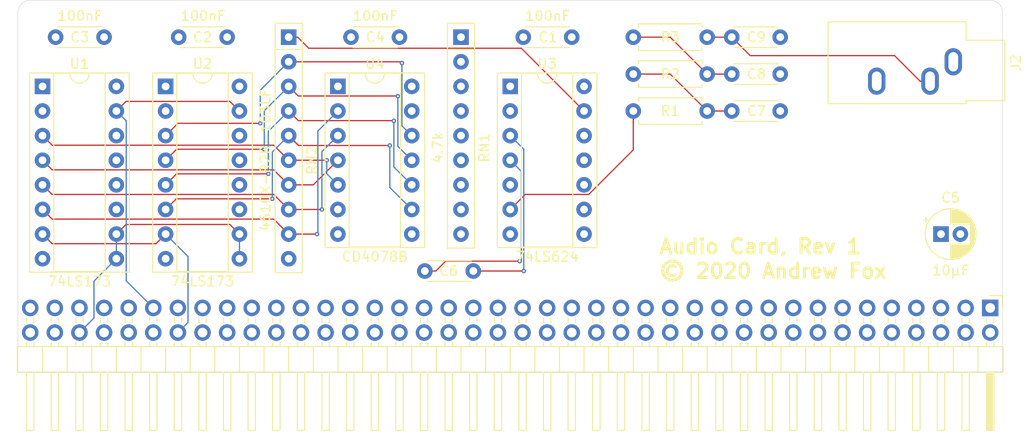
<source format=kicad_pcb>
(kicad_pcb (version 20171130) (host pcbnew "(5.1.0-0)")
  (title_block (title "Audio Card"))
  (layers (0 F.Cu signal) (1 In1.Cu power hide) (2 In2.Cu power hide) (31 B.Cu signal) (34 B.Paste user) (35 F.Paste user) (36 B.SilkS user) (37 F.SilkS user) (38 B.Mask user) (39 F.Mask user) (44 Edge.Cuts user))
  (net 0 "")
  (net 1 VCC)
  (net 2 GND)
  (net 3 ~RST)
  (net 4 DataBus1)
  (net 5 ~PI)
  (net 6 DataBus6)
  (net 7 DataBus4)
  (net 8 DataBus2)
  (net 9 DataBus0)
  (net 10 RegisterClock)
  (net 11 DataBus7)
  (net 12 DataBus5)
  (net 13 DataBus3)
  (net 14 "Net-(RN1-Pad9)")
  (net 15 "Net-(RN1-Pad8)")
  (net 16 "Net-(RN1-Pad7)")
  (net 17 "Net-(RN1-Pad6)")
  (net 18 "Net-(RN1-Pad5)")
  (net 19 "Net-(RN1-Pad4)")
  (net 20 "Net-(RN1-Pad3)")
  (net 21 "Net-(RN1-Pad2)")
  (net 22 "Net-(RN2-Pad1)")
  (net 23 "Net-(R1-Pad2)")
  (net 24 "Net-(U3-Pad5)")
  (net 25 "Net-(C6-Pad2)")
  (net 26 "Net-(C6-Pad1)")
  (net 27 "Net-(C7-Pad1)")
  (net 28 "Net-(C8-Pad1)")
  (net 29 "Net-(C9-Pad1)")
  (module Connector_Audio:Jack_3.5mm_CUI_SJ1-3533NG_Horizontal (layer F.Cu) (at 160.02 105.41 270)
    (fp_text reference J2 (at 0.1 -6.45 270) (layer F.SilkS))
    (fp_text value AudioJack3)
    (pad R thru_hole oval (at 2 7.9 270) (size 2.8 1.8) (drill oval 2 1) (layers *.Cu *.Mask) (net 2 GND))
    (pad T thru_hole oval (at 2 2.4 270) (size 2.8 1.8) (drill oval 2 1) (layers *.Cu *.Mask) (net 29 "Net-(C9-Pad1)"))
    (pad S thru_hole oval (at 0 0 270) (size 2.8 1.8) (drill oval 2 1) (layers *.Cu *.Mask) (net 2 GND))
  )
  (module Package_DIP:DIP-16_W7.62mm_Socket (layer F.Cu) (at 78.74 107.95)
    (fp_text reference U2 (at 3.81 -2.33) (layer F.SilkS))
    (fp_text value 74LS173 (at 3.81 20.11) (layer F.SilkS))
    (pad 16 thru_hole oval (at 7.62 0) (size 1.6 1.6) (drill 0.8) (layers *.Cu *.Mask) (net 1 VCC))
    (pad 8 thru_hole oval (at 0 17.78) (size 1.6 1.6) (drill 0.8) (layers *.Cu *.Mask) (net 2 GND))
    (pad 15 thru_hole oval (at 7.62 2.54) (size 1.6 1.6) (drill 0.8) (layers *.Cu *.Mask) (net 3 ~RST))
    (pad 7 thru_hole oval (at 0 15.24) (size 1.6 1.6) (drill 0.8) (layers *.Cu *.Mask) (net 10 RegisterClock))
    (pad 14 thru_hole oval (at 7.62 5.08) (size 1.6 1.6) (drill 0.8) (layers *.Cu *.Mask) (net 9 DataBus0))
    (pad 6 thru_hole oval (at 0 12.7) (size 1.6 1.6) (drill 0.8) (layers *.Cu *.Mask) (net 17 "Net-(RN1-Pad6)"))
    (pad 13 thru_hole oval (at 7.62 7.62) (size 1.6 1.6) (drill 0.8) (layers *.Cu *.Mask) (net 4 DataBus1))
    (pad 5 thru_hole oval (at 0 10.16) (size 1.6 1.6) (drill 0.8) (layers *.Cu *.Mask) (net 16 "Net-(RN1-Pad7)"))
    (pad 12 thru_hole oval (at 7.62 10.16) (size 1.6 1.6) (drill 0.8) (layers *.Cu *.Mask) (net 8 DataBus2))
    (pad 4 thru_hole oval (at 0 7.62) (size 1.6 1.6) (drill 0.8) (layers *.Cu *.Mask) (net 15 "Net-(RN1-Pad8)"))
    (pad 11 thru_hole oval (at 7.62 12.7) (size 1.6 1.6) (drill 0.8) (layers *.Cu *.Mask) (net 13 DataBus3))
    (pad 3 thru_hole oval (at 0 5.08) (size 1.6 1.6) (drill 0.8) (layers *.Cu *.Mask) (net 14 "Net-(RN1-Pad9)"))
    (pad 10 thru_hole oval (at 7.62 15.24) (size 1.6 1.6) (drill 0.8) (layers *.Cu *.Mask) (net 5 ~PI))
    (pad 2 thru_hole oval (at 0 2.54) (size 1.6 1.6) (drill 0.8) (layers *.Cu *.Mask) (net 1 VCC))
    (pad 9 thru_hole oval (at 7.62 17.78) (size 1.6 1.6) (drill 0.8) (layers *.Cu *.Mask) (net 5 ~PI))
    (pad 1 thru_hole rect (at 0 0) (size 1.6 1.6) (drill 0.8) (layers *.Cu *.Mask) (net 1 VCC))
  )
  (module Package_DIP:DIP-16_W7.62mm_Socket (layer F.Cu) (at 66.04 107.95)
    (fp_text reference U1 (at 3.81 -2.33) (layer F.SilkS))
    (fp_text value 74LS173 (at 3.81 20.11) (layer F.SilkS))
    (pad 16 thru_hole oval (at 7.62 0) (size 1.6 1.6) (drill 0.8) (layers *.Cu *.Mask) (net 1 VCC))
    (pad 8 thru_hole oval (at 0 17.78) (size 1.6 1.6) (drill 0.8) (layers *.Cu *.Mask) (net 2 GND))
    (pad 15 thru_hole oval (at 7.62 2.54) (size 1.6 1.6) (drill 0.8) (layers *.Cu *.Mask) (net 3 ~RST))
    (pad 7 thru_hole oval (at 0 15.24) (size 1.6 1.6) (drill 0.8) (layers *.Cu *.Mask) (net 10 RegisterClock))
    (pad 14 thru_hole oval (at 7.62 5.08) (size 1.6 1.6) (drill 0.8) (layers *.Cu *.Mask) (net 7 DataBus4))
    (pad 6 thru_hole oval (at 0 12.7) (size 1.6 1.6) (drill 0.8) (layers *.Cu *.Mask) (net 21 "Net-(RN1-Pad2)"))
    (pad 13 thru_hole oval (at 7.62 7.62) (size 1.6 1.6) (drill 0.8) (layers *.Cu *.Mask) (net 12 DataBus5))
    (pad 5 thru_hole oval (at 0 10.16) (size 1.6 1.6) (drill 0.8) (layers *.Cu *.Mask) (net 20 "Net-(RN1-Pad3)"))
    (pad 12 thru_hole oval (at 7.62 10.16) (size 1.6 1.6) (drill 0.8) (layers *.Cu *.Mask) (net 6 DataBus6))
    (pad 4 thru_hole oval (at 0 7.62) (size 1.6 1.6) (drill 0.8) (layers *.Cu *.Mask) (net 19 "Net-(RN1-Pad4)"))
    (pad 11 thru_hole oval (at 7.62 12.7) (size 1.6 1.6) (drill 0.8) (layers *.Cu *.Mask) (net 11 DataBus7))
    (pad 3 thru_hole oval (at 0 5.08) (size 1.6 1.6) (drill 0.8) (layers *.Cu *.Mask) (net 18 "Net-(RN1-Pad5)"))
    (pad 10 thru_hole oval (at 7.62 15.24) (size 1.6 1.6) (drill 0.8) (layers *.Cu *.Mask) (net 5 ~PI))
    (pad 2 thru_hole oval (at 0 2.54) (size 1.6 1.6) (drill 0.8) (layers *.Cu *.Mask) (net 1 VCC))
    (pad 9 thru_hole oval (at 7.62 17.78) (size 1.6 1.6) (drill 0.8) (layers *.Cu *.Mask) (net 5 ~PI))
    (pad 1 thru_hole rect (at 0 0) (size 1.6 1.6) (drill 0.8) (layers *.Cu *.Mask) (net 1 VCC))
  )
  (module Package_DIP:DIP-14_W7.62mm_Socket (layer F.Cu) (at 96.52 107.95)
    (fp_text reference U4 (at 3.81 -2.33) (layer F.SilkS))
    (fp_text value CD4078B (at 3.81 17.57) (layer F.SilkS))
    (pad 14 thru_hole oval (at 7.62 0) (size 1.6 1.6) (drill 0.8) (layers *.Cu *.Mask) (net 1 VCC))
    (pad 7 thru_hole oval (at 0 15.24) (size 1.6 1.6) (drill 0.8) (layers *.Cu *.Mask) (net 2 GND))
    (pad 13 thru_hole oval (at 7.62 2.54) (size 1.6 1.6) (drill 0.8) (layers *.Cu *.Mask) (net 24 "Net-(U3-Pad5)"))
    (pad 6 thru_hole oval (at 0 12.7) (size 1.6 1.6) (drill 0.8) (layers *.Cu *.Mask))
    (pad 12 thru_hole oval (at 7.62 5.08) (size 1.6 1.6) (drill 0.8) (layers *.Cu *.Mask) (net 14 "Net-(RN1-Pad9)"))
    (pad 5 thru_hole oval (at 0 10.16) (size 1.6 1.6) (drill 0.8) (layers *.Cu *.Mask) (net 18 "Net-(RN1-Pad5)"))
    (pad 11 thru_hole oval (at 7.62 7.62) (size 1.6 1.6) (drill 0.8) (layers *.Cu *.Mask) (net 15 "Net-(RN1-Pad8)"))
    (pad 4 thru_hole oval (at 0 7.62) (size 1.6 1.6) (drill 0.8) (layers *.Cu *.Mask) (net 19 "Net-(RN1-Pad4)"))
    (pad 10 thru_hole oval (at 7.62 10.16) (size 1.6 1.6) (drill 0.8) (layers *.Cu *.Mask) (net 16 "Net-(RN1-Pad7)"))
    (pad 3 thru_hole oval (at 0 5.08) (size 1.6 1.6) (drill 0.8) (layers *.Cu *.Mask) (net 20 "Net-(RN1-Pad3)"))
    (pad 9 thru_hole oval (at 7.62 12.7) (size 1.6 1.6) (drill 0.8) (layers *.Cu *.Mask) (net 17 "Net-(RN1-Pad6)"))
    (pad 2 thru_hole oval (at 0 2.54) (size 1.6 1.6) (drill 0.8) (layers *.Cu *.Mask) (net 21 "Net-(RN1-Pad2)"))
    (pad 8 thru_hole oval (at 7.62 15.24) (size 1.6 1.6) (drill 0.8) (layers *.Cu *.Mask))
    (pad 1 thru_hole rect (at 0 0) (size 1.6 1.6) (drill 0.8) (layers *.Cu *.Mask) (net 2 GND))
  )
  (module Package_DIP:DIP-14_W7.62mm_Socket (layer F.Cu) (at 114.3 107.95)
    (fp_text reference U3 (at 3.81 -2.33) (layer F.SilkS))
    (fp_text value 74LS624 (at 3.81 17.57) (layer F.SilkS))
    (pad 1 thru_hole rect (at 0 0) (size 1.6 1.6) (drill 0.8) (layers *.Cu *.Mask) (net 2 GND))
    (pad 8 thru_hole oval (at 7.62 15.24) (size 1.6 1.6) (drill 0.8) (layers *.Cu *.Mask))
    (pad 2 thru_hole oval (at 0 2.54) (size 1.6 1.6) (drill 0.8) (layers *.Cu *.Mask) (net 1 VCC))
    (pad 9 thru_hole oval (at 7.62 12.7) (size 1.6 1.6) (drill 0.8) (layers *.Cu *.Mask) (net 1 VCC))
    (pad 3 thru_hole oval (at 0 5.08) (size 1.6 1.6) (drill 0.8) (layers *.Cu *.Mask) (net 26 "Net-(C6-Pad1)"))
    (pad 10 thru_hole oval (at 7.62 10.16) (size 1.6 1.6) (drill 0.8) (layers *.Cu *.Mask))
    (pad 4 thru_hole oval (at 0 7.62) (size 1.6 1.6) (drill 0.8) (layers *.Cu *.Mask) (net 25 "Net-(C6-Pad2)"))
    (pad 11 thru_hole oval (at 7.62 7.62) (size 1.6 1.6) (drill 0.8) (layers *.Cu *.Mask))
    (pad 5 thru_hole oval (at 0 10.16) (size 1.6 1.6) (drill 0.8) (layers *.Cu *.Mask) (net 24 "Net-(U3-Pad5)"))
    (pad 12 thru_hole oval (at 7.62 5.08) (size 1.6 1.6) (drill 0.8) (layers *.Cu *.Mask))
    (pad 6 thru_hole oval (at 0 12.7) (size 1.6 1.6) (drill 0.8) (layers *.Cu *.Mask) (net 23 "Net-(R1-Pad2)"))
    (pad 13 thru_hole oval (at 7.62 2.54) (size 1.6 1.6) (drill 0.8) (layers *.Cu *.Mask) (net 22 "Net-(RN2-Pad1)"))
    (pad 7 thru_hole oval (at 0 15.24) (size 1.6 1.6) (drill 0.8) (layers *.Cu *.Mask) (net 2 GND))
    (pad 14 thru_hole oval (at 7.62 0) (size 1.6 1.6) (drill 0.8) (layers *.Cu *.Mask) (net 1 VCC))
  )
  (module Resistor_THT:R_Axial_DIN0207_L6.3mm_D2.5mm_P7.62mm_Horizontal (layer F.Cu) (at 134.62 102.87 180)
    (fp_text reference R3 (at 3.81 0 180) (layer F.SilkS))
    (fp_text value 1k)
    (pad 2 thru_hole oval (at 7.62 0 180) (size 1.6 1.6) (drill 0.8) (layers *.Cu *.Mask) (net 28 "Net-(C8-Pad1)"))
    (pad 1 thru_hole circle (at 0 0 180) (size 1.6 1.6) (drill 0.8) (layers *.Cu *.Mask) (net 29 "Net-(C9-Pad1)"))
  )
  (module Resistor_THT:R_Axial_DIN0207_L6.3mm_D2.5mm_P7.62mm_Horizontal (layer F.Cu) (at 134.62 106.68 180)
    (fp_text reference R2 (at 3.81 0 180) (layer F.SilkS))
    (fp_text value 1k)
    (pad 2 thru_hole oval (at 7.62 0 180) (size 1.6 1.6) (drill 0.8) (layers *.Cu *.Mask) (net 27 "Net-(C7-Pad1)"))
    (pad 1 thru_hole circle (at 0 0 180) (size 1.6 1.6) (drill 0.8) (layers *.Cu *.Mask) (net 28 "Net-(C8-Pad1)"))
  )
  (module Resistor_THT:R_Axial_DIN0207_L6.3mm_D2.5mm_P7.62mm_Horizontal (layer F.Cu) (at 134.62 110.49 180)
    (fp_text reference R1 (at 3.81 0 180) (layer F.SilkS))
    (fp_text value 1k)
    (pad 2 thru_hole oval (at 7.62 0 180) (size 1.6 1.6) (drill 0.8) (layers *.Cu *.Mask) (net 23 "Net-(R1-Pad2)"))
    (pad 1 thru_hole circle (at 0 0 180) (size 1.6 1.6) (drill 0.8) (layers *.Cu *.Mask) (net 27 "Net-(C7-Pad1)"))
  )
  (module Capacitor_THT:C_Disc_D4.3mm_W1.9mm_P5.00mm (layer F.Cu) (at 137.16 102.87)
    (fp_text reference C9 (at 2.54 0) (layer F.SilkS))
    (fp_text value 100nF)
    (pad 2 thru_hole circle (at 5 0) (size 1.6 1.6) (drill 0.8) (layers *.Cu *.Mask) (net 2 GND))
    (pad 1 thru_hole circle (at 0 0) (size 1.6 1.6) (drill 0.8) (layers *.Cu *.Mask) (net 29 "Net-(C9-Pad1)"))
  )
  (module Capacitor_THT:C_Disc_D4.3mm_W1.9mm_P5.00mm (layer F.Cu) (at 137.16 106.68)
    (fp_text reference C8 (at 2.54 0) (layer F.SilkS))
    (fp_text value 100nF)
    (pad 2 thru_hole circle (at 5 0) (size 1.6 1.6) (drill 0.8) (layers *.Cu *.Mask) (net 2 GND))
    (pad 1 thru_hole circle (at 0 0) (size 1.6 1.6) (drill 0.8) (layers *.Cu *.Mask) (net 28 "Net-(C8-Pad1)"))
  )
  (module Capacitor_THT:C_Disc_D4.3mm_W1.9mm_P5.00mm (layer F.Cu) (at 137.16 110.49)
    (fp_text reference C7 (at 2.54 0) (layer F.SilkS))
    (fp_text value 100nF)
    (pad 2 thru_hole circle (at 5 0) (size 1.6 1.6) (drill 0.8) (layers *.Cu *.Mask) (net 2 GND))
    (pad 1 thru_hole circle (at 0 0) (size 1.6 1.6) (drill 0.8) (layers *.Cu *.Mask) (net 27 "Net-(C7-Pad1)"))
  )
  (module Capacitor_THT:C_Disc_D4.3mm_W1.9mm_P5.00mm (layer F.Cu) (at 110.49 127 180)
    (fp_text reference C6 (at 2.54 0 180) (layer F.SilkS))
    (fp_text value 1uF)
    (pad 2 thru_hole circle (at 5 0 180) (size 1.6 1.6) (drill 0.8) (layers *.Cu *.Mask) (net 25 "Net-(C6-Pad2)"))
    (pad 1 thru_hole circle (at 0 0 180) (size 1.6 1.6) (drill 0.8) (layers *.Cu *.Mask) (net 26 "Net-(C6-Pad1)"))
  )
  (module Resistor_THT:R_Array_SIP10 (layer F.Cu) (at 91.44 102.87 270)
    (fp_text reference RN2 (at 12.7 -2.4 270) (layer F.SilkS))
    (fp_text value 4610X-R2R-103LF (at 12.7 2.4 270) (layer F.SilkS))
    (pad 10 thru_hole oval (at 22.86 0 270) (size 1.6 1.6) (drill 0.8) (layers *.Cu *.Mask) (net 2 GND))
    (pad 9 thru_hole oval (at 20.32 0 270) (size 1.6 1.6) (drill 0.8) (layers *.Cu *.Mask) (net 21 "Net-(RN1-Pad2)"))
    (pad 8 thru_hole oval (at 17.78 0 270) (size 1.6 1.6) (drill 0.8) (layers *.Cu *.Mask) (net 20 "Net-(RN1-Pad3)"))
    (pad 7 thru_hole oval (at 15.24 0 270) (size 1.6 1.6) (drill 0.8) (layers *.Cu *.Mask) (net 19 "Net-(RN1-Pad4)"))
    (pad 6 thru_hole oval (at 12.7 0 270) (size 1.6 1.6) (drill 0.8) (layers *.Cu *.Mask) (net 18 "Net-(RN1-Pad5)"))
    (pad 5 thru_hole oval (at 10.16 0 270) (size 1.6 1.6) (drill 0.8) (layers *.Cu *.Mask) (net 17 "Net-(RN1-Pad6)"))
    (pad 4 thru_hole oval (at 7.62 0 270) (size 1.6 1.6) (drill 0.8) (layers *.Cu *.Mask) (net 16 "Net-(RN1-Pad7)"))
    (pad 3 thru_hole oval (at 5.08 0 270) (size 1.6 1.6) (drill 0.8) (layers *.Cu *.Mask) (net 15 "Net-(RN1-Pad8)"))
    (pad 2 thru_hole oval (at 2.54 0 270) (size 1.6 1.6) (drill 0.8) (layers *.Cu *.Mask) (net 14 "Net-(RN1-Pad9)"))
    (pad 1 thru_hole rect (at 0 0 270) (size 1.6 1.6) (drill 0.8) (layers *.Cu *.Mask) (net 22 "Net-(RN2-Pad1)"))
  )
  (module Resistor_THT:R_Array_SIP9 (layer F.Cu) (at 109.22 102.87 270)
    (fp_text reference RN1 (at 11.43 -2.4 270) (layer F.SilkS))
    (fp_text value 4.7k (at 11.43 2.4 270) (layer F.SilkS))
    (pad 9 thru_hole oval (at 20.32 0 270) (size 1.6 1.6) (drill 0.8) (layers *.Cu *.Mask) (net 14 "Net-(RN1-Pad9)"))
    (pad 8 thru_hole oval (at 17.78 0 270) (size 1.6 1.6) (drill 0.8) (layers *.Cu *.Mask) (net 15 "Net-(RN1-Pad8)"))
    (pad 7 thru_hole oval (at 15.24 0 270) (size 1.6 1.6) (drill 0.8) (layers *.Cu *.Mask) (net 16 "Net-(RN1-Pad7)"))
    (pad 6 thru_hole oval (at 12.7 0 270) (size 1.6 1.6) (drill 0.8) (layers *.Cu *.Mask) (net 17 "Net-(RN1-Pad6)"))
    (pad 5 thru_hole oval (at 10.16 0 270) (size 1.6 1.6) (drill 0.8) (layers *.Cu *.Mask) (net 18 "Net-(RN1-Pad5)"))
    (pad 4 thru_hole oval (at 7.62 0 270) (size 1.6 1.6) (drill 0.8) (layers *.Cu *.Mask) (net 19 "Net-(RN1-Pad4)"))
    (pad 3 thru_hole oval (at 5.08 0 270) (size 1.6 1.6) (drill 0.8) (layers *.Cu *.Mask) (net 20 "Net-(RN1-Pad3)"))
    (pad 2 thru_hole oval (at 2.54 0 270) (size 1.6 1.6) (drill 0.8) (layers *.Cu *.Mask) (net 21 "Net-(RN1-Pad2)"))
    (pad 1 thru_hole rect (at 0 0 270) (size 1.6 1.6) (drill 0.8) (layers *.Cu *.Mask) (net 1 VCC))
  )
  (module Connector_PinHeader_2.54mm:PinHeader_2x40_P2.54mm_Horizontal (layer F.Cu) (at 163.83 130.81 270)
    (fp_text reference J1 hide)
    (fp_text value Conn)
    (pad 80 thru_hole oval (at 2.54 99.06 270) (size 1.7 1.7) (drill 1) (layers *.Cu *.Mask) (net 1 VCC))
    (pad 79 thru_hole oval (at 0 99.06 270) (size 1.7 1.7) (drill 1) (layers *.Cu *.Mask) (net 2 GND))
    (pad 78 thru_hole oval (at 2.54 96.52 270) (size 1.7 1.7) (drill 1) (layers *.Cu *.Mask) (net 2 GND))
    (pad 77 thru_hole oval (at 0 96.52 270) (size 1.7 1.7) (drill 1) (layers *.Cu *.Mask) (net 1 VCC))
    (pad 76 thru_hole oval (at 2.54 93.98 270) (size 1.7 1.7) (drill 1) (layers *.Cu *.Mask) (net 5 ~PI))
    (pad 75 thru_hole oval (at 0 93.98 270) (size 1.7 1.7) (drill 1) (layers *.Cu *.Mask) (net 2 GND))
    (pad 74 thru_hole oval (at 2.54 91.44 270) (size 1.7 1.7) (drill 1) (layers *.Cu *.Mask) (net 2 GND))
    (pad 73 thru_hole oval (at 0 91.44 270) (size 1.7 1.7) (drill 1) (layers *.Cu *.Mask) (net 1 VCC))
    (pad 72 thru_hole oval (at 2.54 88.9 270) (size 1.7 1.7) (drill 1) (layers *.Cu *.Mask))
    (pad 71 thru_hole oval (at 0 88.9 270) (size 1.7 1.7) (drill 1) (layers *.Cu *.Mask) (net 2 GND))
    (pad 70 thru_hole oval (at 2.54 86.36 270) (size 1.7 1.7) (drill 1) (layers *.Cu *.Mask) (net 2 GND))
    (pad 69 thru_hole oval (at 0 86.36 270) (size 1.7 1.7) (drill 1) (layers *.Cu *.Mask) (net 3 ~RST))
    (pad 68 thru_hole oval (at 2.54 83.82 270) (size 1.7 1.7) (drill 1) (layers *.Cu *.Mask) (net 10 RegisterClock))
    (pad 67 thru_hole oval (at 0 83.82 270) (size 1.7 1.7) (drill 1) (layers *.Cu *.Mask) (net 2 GND))
    (pad 66 thru_hole oval (at 2.54 81.28 270) (size 1.7 1.7) (drill 1) (layers *.Cu *.Mask) (net 2 GND))
    (pad 65 thru_hole oval (at 0 81.28 270) (size 1.7 1.7) (drill 1) (layers *.Cu *.Mask))
    (pad 64 thru_hole oval (at 2.54 78.74 270) (size 1.7 1.7) (drill 1) (layers *.Cu *.Mask))
    (pad 63 thru_hole oval (at 0 78.74 270) (size 1.7 1.7) (drill 1) (layers *.Cu *.Mask) (net 2 GND))
    (pad 62 thru_hole oval (at 2.54 76.2 270) (size 1.7 1.7) (drill 1) (layers *.Cu *.Mask) (net 2 GND))
    (pad 61 thru_hole oval (at 0 76.2 270) (size 1.7 1.7) (drill 1) (layers *.Cu *.Mask))
    (pad 60 thru_hole oval (at 2.54 73.66 270) (size 1.7 1.7) (drill 1) (layers *.Cu *.Mask))
    (pad 59 thru_hole oval (at 0 73.66 270) (size 1.7 1.7) (drill 1) (layers *.Cu *.Mask) (net 2 GND))
    (pad 58 thru_hole oval (at 2.54 71.12 270) (size 1.7 1.7) (drill 1) (layers *.Cu *.Mask) (net 2 GND))
    (pad 57 thru_hole oval (at 0 71.12 270) (size 1.7 1.7) (drill 1) (layers *.Cu *.Mask))
    (pad 56 thru_hole oval (at 2.54 68.58 270) (size 1.7 1.7) (drill 1) (layers *.Cu *.Mask))
    (pad 55 thru_hole oval (at 0 68.58 270) (size 1.7 1.7) (drill 1) (layers *.Cu *.Mask) (net 2 GND))
    (pad 54 thru_hole oval (at 2.54 66.04 270) (size 1.7 1.7) (drill 1) (layers *.Cu *.Mask) (net 2 GND))
    (pad 53 thru_hole oval (at 0 66.04 270) (size 1.7 1.7) (drill 1) (layers *.Cu *.Mask))
    (pad 52 thru_hole oval (at 2.54 63.5 270) (size 1.7 1.7) (drill 1) (layers *.Cu *.Mask))
    (pad 51 thru_hole oval (at 0 63.5 270) (size 1.7 1.7) (drill 1) (layers *.Cu *.Mask) (net 2 GND))
    (pad 50 thru_hole oval (at 2.54 60.96 270) (size 1.7 1.7) (drill 1) (layers *.Cu *.Mask) (net 2 GND))
    (pad 49 thru_hole oval (at 0 60.96 270) (size 1.7 1.7) (drill 1) (layers *.Cu *.Mask))
    (pad 48 thru_hole oval (at 2.54 58.42 270) (size 1.7 1.7) (drill 1) (layers *.Cu *.Mask))
    (pad 47 thru_hole oval (at 0 58.42 270) (size 1.7 1.7) (drill 1) (layers *.Cu *.Mask) (net 2 GND))
    (pad 46 thru_hole oval (at 2.54 55.88 270) (size 1.7 1.7) (drill 1) (layers *.Cu *.Mask) (net 2 GND))
    (pad 45 thru_hole oval (at 0 55.88 270) (size 1.7 1.7) (drill 1) (layers *.Cu *.Mask))
    (pad 44 thru_hole oval (at 2.54 53.34 270) (size 1.7 1.7) (drill 1) (layers *.Cu *.Mask))
    (pad 43 thru_hole oval (at 0 53.34 270) (size 1.7 1.7) (drill 1) (layers *.Cu *.Mask) (net 2 GND))
    (pad 42 thru_hole oval (at 2.54 50.8 270) (size 1.7 1.7) (drill 1) (layers *.Cu *.Mask) (net 2 GND))
    (pad 41 thru_hole oval (at 0 50.8 270) (size 1.7 1.7) (drill 1) (layers *.Cu *.Mask))
    (pad 40 thru_hole oval (at 2.54 48.26 270) (size 1.7 1.7) (drill 1) (layers *.Cu *.Mask))
    (pad 39 thru_hole oval (at 0 48.26 270) (size 1.7 1.7) (drill 1) (layers *.Cu *.Mask) (net 2 GND))
    (pad 38 thru_hole oval (at 2.54 45.72 270) (size 1.7 1.7) (drill 1) (layers *.Cu *.Mask) (net 2 GND))
    (pad 37 thru_hole oval (at 0 45.72 270) (size 1.7 1.7) (drill 1) (layers *.Cu *.Mask))
    (pad 36 thru_hole oval (at 2.54 43.18 270) (size 1.7 1.7) (drill 1) (layers *.Cu *.Mask))
    (pad 35 thru_hole oval (at 0 43.18 270) (size 1.7 1.7) (drill 1) (layers *.Cu *.Mask) (net 2 GND))
    (pad 34 thru_hole oval (at 2.54 40.64 270) (size 1.7 1.7) (drill 1) (layers *.Cu *.Mask) (net 2 GND))
    (pad 33 thru_hole oval (at 0 40.64 270) (size 1.7 1.7) (drill 1) (layers *.Cu *.Mask))
    (pad 32 thru_hole oval (at 2.54 38.1 270) (size 1.7 1.7) (drill 1) (layers *.Cu *.Mask) (net 11 DataBus7))
    (pad 31 thru_hole oval (at 0 38.1 270) (size 1.7 1.7) (drill 1) (layers *.Cu *.Mask) (net 2 GND))
    (pad 30 thru_hole oval (at 2.54 35.56 270) (size 1.7 1.7) (drill 1) (layers *.Cu *.Mask) (net 2 GND))
    (pad 29 thru_hole oval (at 0 35.56 270) (size 1.7 1.7) (drill 1) (layers *.Cu *.Mask) (net 6 DataBus6))
    (pad 28 thru_hole oval (at 2.54 33.02 270) (size 1.7 1.7) (drill 1) (layers *.Cu *.Mask) (net 12 DataBus5))
    (pad 27 thru_hole oval (at 0 33.02 270) (size 1.7 1.7) (drill 1) (layers *.Cu *.Mask) (net 2 GND))
    (pad 26 thru_hole oval (at 2.54 30.48 270) (size 1.7 1.7) (drill 1) (layers *.Cu *.Mask) (net 2 GND))
    (pad 25 thru_hole oval (at 0 30.48 270) (size 1.7 1.7) (drill 1) (layers *.Cu *.Mask) (net 7 DataBus4))
    (pad 24 thru_hole oval (at 2.54 27.94 270) (size 1.7 1.7) (drill 1) (layers *.Cu *.Mask) (net 13 DataBus3))
    (pad 23 thru_hole oval (at 0 27.94 270) (size 1.7 1.7) (drill 1) (layers *.Cu *.Mask) (net 2 GND))
    (pad 22 thru_hole oval (at 2.54 25.4 270) (size 1.7 1.7) (drill 1) (layers *.Cu *.Mask) (net 2 GND))
    (pad 21 thru_hole oval (at 0 25.4 270) (size 1.7 1.7) (drill 1) (layers *.Cu *.Mask) (net 8 DataBus2))
    (pad 20 thru_hole oval (at 2.54 22.86 270) (size 1.7 1.7) (drill 1) (layers *.Cu *.Mask) (net 4 DataBus1))
    (pad 19 thru_hole oval (at 0 22.86 270) (size 1.7 1.7) (drill 1) (layers *.Cu *.Mask) (net 2 GND))
    (pad 18 thru_hole oval (at 2.54 20.32 270) (size 1.7 1.7) (drill 1) (layers *.Cu *.Mask) (net 2 GND))
    (pad 17 thru_hole oval (at 0 20.32 270) (size 1.7 1.7) (drill 1) (layers *.Cu *.Mask) (net 9 DataBus0))
    (pad 16 thru_hole oval (at 2.54 17.78 270) (size 1.7 1.7) (drill 1) (layers *.Cu *.Mask) (net 1 VCC))
    (pad 15 thru_hole oval (at 0 17.78 270) (size 1.7 1.7) (drill 1) (layers *.Cu *.Mask) (net 2 GND))
    (pad 14 thru_hole oval (at 2.54 15.24 270) (size 1.7 1.7) (drill 1) (layers *.Cu *.Mask) (net 2 GND))
    (pad 13 thru_hole oval (at 0 15.24 270) (size 1.7 1.7) (drill 1) (layers *.Cu *.Mask) (net 1 VCC))
    (pad 12 thru_hole oval (at 2.54 12.7 270) (size 1.7 1.7) (drill 1) (layers *.Cu *.Mask) (net 1 VCC))
    (pad 11 thru_hole oval (at 0 12.7 270) (size 1.7 1.7) (drill 1) (layers *.Cu *.Mask) (net 2 GND))
    (pad 10 thru_hole oval (at 2.54 10.16 270) (size 1.7 1.7) (drill 1) (layers *.Cu *.Mask) (net 2 GND))
    (pad 9 thru_hole oval (at 0 10.16 270) (size 1.7 1.7) (drill 1) (layers *.Cu *.Mask) (net 1 VCC))
    (pad 8 thru_hole oval (at 2.54 7.62 270) (size 1.7 1.7) (drill 1) (layers *.Cu *.Mask) (net 1 VCC))
    (pad 7 thru_hole oval (at 0 7.62 270) (size 1.7 1.7) (drill 1) (layers *.Cu *.Mask) (net 2 GND))
    (pad 6 thru_hole oval (at 2.54 5.08 270) (size 1.7 1.7) (drill 1) (layers *.Cu *.Mask) (net 2 GND))
    (pad 5 thru_hole oval (at 0 5.08 270) (size 1.7 1.7) (drill 1) (layers *.Cu *.Mask) (net 1 VCC))
    (pad 4 thru_hole oval (at 2.54 2.54 270) (size 1.7 1.7) (drill 1) (layers *.Cu *.Mask) (net 1 VCC))
    (pad 3 thru_hole oval (at 0 2.54 270) (size 1.7 1.7) (drill 1) (layers *.Cu *.Mask) (net 2 GND))
    (pad 2 thru_hole oval (at 2.54 0 270) (size 1.7 1.7) (drill 1) (layers *.Cu *.Mask) (net 2 GND))
    (pad 1 thru_hole rect (at 0 0 270) (size 1.7 1.7) (drill 1) (layers *.Cu *.Mask) (net 1 VCC))
  )
  (module Capacitor_THT:CP_Radial_D5.0mm_P2.00mm (layer F.Cu) (at 158.75 123.19)
    (fp_text reference C5 (at 1 -3.75) (layer F.SilkS))
    (fp_text value 10µF (at 1 3.75) (layer F.SilkS))
    (pad 2 thru_hole circle (at 2 0) (size 1.6 1.6) (drill 0.8) (layers *.Cu *.Mask) (net 2 GND))
    (pad 1 thru_hole rect (at 0 0) (size 1.6 1.6) (drill 0.8) (layers *.Cu *.Mask) (net 1 VCC))
  )
  (module Capacitor_THT:C_Disc_D4.3mm_W1.9mm_P5.00mm (layer F.Cu) (at 102.87 102.87 180)
    (fp_text reference C4 (at 2.5 0 180) (layer F.SilkS))
    (fp_text value 100nF (at 2.5 2.2 180) (layer F.SilkS))
    (pad 2 thru_hole circle (at 5 0 180) (size 1.6 1.6) (drill 0.8) (layers *.Cu *.Mask) (net 2 GND))
    (pad 1 thru_hole circle (at 0 0 180) (size 1.6 1.6) (drill 0.8) (layers *.Cu *.Mask) (net 1 VCC))
  )
  (module Capacitor_THT:C_Disc_D4.3mm_W1.9mm_P5.00mm (layer F.Cu) (at 72.39 102.87 180)
    (fp_text reference C3 (at 2.5 0 180) (layer F.SilkS))
    (fp_text value 100nF (at 2.5 2.2 180) (layer F.SilkS))
    (pad 2 thru_hole circle (at 5 0 180) (size 1.6 1.6) (drill 0.8) (layers *.Cu *.Mask) (net 2 GND))
    (pad 1 thru_hole circle (at 0 0 180) (size 1.6 1.6) (drill 0.8) (layers *.Cu *.Mask) (net 1 VCC))
  )
  (module Capacitor_THT:C_Disc_D4.3mm_W1.9mm_P5.00mm (layer F.Cu) (at 85.09 102.87 180)
    (fp_text reference C2 (at 2.54 0 180) (layer F.SilkS))
    (fp_text value 100nF (at 2.5 2.2 180) (layer F.SilkS))
    (pad 2 thru_hole circle (at 5 0 180) (size 1.6 1.6) (drill 0.8) (layers *.Cu *.Mask) (net 2 GND))
    (pad 1 thru_hole circle (at 0 0 180) (size 1.6 1.6) (drill 0.8) (layers *.Cu *.Mask) (net 1 VCC))
  )
  (module Capacitor_THT:C_Disc_D4.3mm_W1.9mm_P5.00mm (layer F.Cu) (at 120.65 102.87 180)
    (fp_text reference C1 (at 2.46 0 180) (layer F.SilkS))
    (fp_text value 100nF (at 2.5 2.2 180) (layer F.SilkS))
    (pad 2 thru_hole circle (at 5 0 180) (size 1.6 1.6) (drill 0.8) (layers *.Cu *.Mask) (net 2 GND))
    (pad 1 thru_hole circle (at 0 0 180) (size 1.6 1.6) (drill 0.8) (layers *.Cu *.Mask) (net 1 VCC))
  )
  (gr_text "© 2020 Andrew Fox" (at 129.54 127) (layer F.SilkS) (effects (font (size 1.5 1.5) (thickness 0.3)) (justify left)))
  (gr_arc (start 163.83 100.33) (end 165.1 100.33) (angle -90) (layer Edge.Cuts) (width 0.05))
  (gr_arc (start 64.77 100.33) (end 64.77 99.06) (angle -90) (layer Edge.Cuts) (width 0.05))
  (gr_line (start 63.5 100.33) (end 63.5 137.414) (layer Edge.Cuts) (width 0.05))
  (gr_line (start 163.83 99.06) (end 64.77 99.06) (layer Edge.Cuts) (width 0.05))
  (gr_line (start 165.1 137.414) (end 165.1 100.33) (layer Edge.Cuts) (width 0.05))
  (gr_text "Audio Card, Rev 1" (at 129.54 124.46) (layer F.SilkS) (effects (font (size 1.5 1.5) (thickness 0.3)) (justify left)))
  (gr_line (start 63.5 137.414) (end 165.1 137.414) (layer Edge.Cuts) (width 0.05))
  (segment (start 73.66 110.49) (end 74.676 111.506) (width 0.127) (layer B.Cu) (net 3))
  (segment (start 74.676 128.016) (end 77.47 130.81) (width 0.127) (layer B.Cu) (net 3))
  (segment (start 74.676 111.506) (end 74.676 128.016) (width 0.127) (layer B.Cu) (net 3))
  (segment (start 85.369499 109.499499) (end 85.560001 109.690001) (width 0.127) (layer F.Cu) (net 3))
  (segment (start 85.560001 109.690001) (end 86.36 110.49) (width 0.127) (layer F.Cu) (net 3))
  (segment (start 74.650501 109.499499) (end 85.369499 109.499499) (width 0.127) (layer F.Cu) (net 3))
  (segment (start 73.66 110.49) (end 74.650501 109.499499) (width 0.127) (layer F.Cu) (net 3))
  (segment (start 71.349499 131.850501) (end 70.699999 132.500001) (width 0.127) (layer B.Cu) (net 5))
  (segment (start 71.349499 128.040501) (end 71.349499 131.850501) (width 0.127) (layer B.Cu) (net 5))
  (segment (start 70.699999 132.500001) (end 69.85 133.35) (width 0.127) (layer B.Cu) (net 5))
  (segment (start 73.66 125.73) (end 71.349499 128.040501) (width 0.127) (layer B.Cu) (net 5))
  (segment (start 73.66 123.19) (end 73.66 125.73) (width 0.127) (layer B.Cu) (net 5))
  (segment (start 86.36 125.73) (end 86.36 123.19) (width 0.127) (layer B.Cu) (net 5))
  (segment (start 85.560001 122.390001) (end 86.36 123.19) (width 0.127) (layer F.Cu) (net 5))
  (segment (start 85.369499 122.199499) (end 85.560001 122.390001) (width 0.127) (layer F.Cu) (net 5))
  (segment (start 74.650501 122.199499) (end 85.369499 122.199499) (width 0.127) (layer F.Cu) (net 5))
  (segment (start 73.66 123.19) (end 74.650501 122.199499) (width 0.127) (layer F.Cu) (net 5))
  (segment (start 77.749499 124.180501) (end 77.940001 123.989999) (width 0.127) (layer F.Cu) (net 10))
  (segment (start 67.030501 124.180501) (end 77.749499 124.180501) (width 0.127) (layer F.Cu) (net 10))
  (segment (start 77.940001 123.989999) (end 78.74 123.19) (width 0.127) (layer F.Cu) (net 10))
  (segment (start 66.04 123.19) (end 67.030501 124.180501) (width 0.127) (layer F.Cu) (net 10))
  (segment (start 80.859999 132.500001) (end 80.01 133.35) (width 0.127) (layer B.Cu) (net 10))
  (segment (start 81.050501 132.309499) (end 80.859999 132.500001) (width 0.127) (layer B.Cu) (net 10))
  (segment (start 81.050501 125.500501) (end 81.050501 132.309499) (width 0.127) (layer B.Cu) (net 10))
  (segment (start 78.74 123.19) (end 81.050501 125.500501) (width 0.127) (layer B.Cu) (net 10))
  (via (at 88.507198 111.76) (size 0.45) (drill 0.2) (layers F.Cu B.Cu) (net 14))
  (segment (start 88.507198 108.342802) (end 88.507198 111.76) (width 0.127) (layer B.Cu) (net 14))
  (segment (start 91.44 105.41) (end 88.507198 108.342802) (width 0.127) (layer B.Cu) (net 14))
  (segment (start 80.01 111.76) (end 78.74 113.03) (width 0.127) (layer F.Cu) (net 14))
  (segment (start 88.507198 111.76) (end 80.01 111.76) (width 0.127) (layer F.Cu) (net 14))
  (segment (start 102.997 105.41) (end 103.124 105.537) (width 0.127) (layer F.Cu) (net 14))
  (via (at 103.124 105.537) (size 0.45) (drill 0.2) (layers F.Cu B.Cu) (net 14))
  (segment (start 91.44 105.41) (end 102.997 105.41) (width 0.127) (layer F.Cu) (net 14))
  (segment (start 103.124 112.014) (end 104.14 113.03) (width 0.127) (layer B.Cu) (net 14))
  (segment (start 103.124 105.537) (end 103.124 112.014) (width 0.127) (layer B.Cu) (net 14))
  (via (at 88.922698 114.436001) (size 0.45) (drill 0.2) (layers F.Cu B.Cu) (net 15))
  (segment (start 88.922698 110.467302) (end 88.922698 114.436001) (width 0.127) (layer B.Cu) (net 15))
  (segment (start 91.44 107.95) (end 88.922698 110.467302) (width 0.127) (layer B.Cu) (net 15))
  (segment (start 79.873999 114.436001) (end 78.74 115.57) (width 0.127) (layer F.Cu) (net 15))
  (segment (start 88.922698 114.436001) (end 79.873999 114.436001) (width 0.127) (layer F.Cu) (net 15))
  (segment (start 102.683001 108.940501) (end 102.7085 108.966) (width 0.127) (layer F.Cu) (net 15))
  (segment (start 92.430501 108.940501) (end 102.683001 108.940501) (width 0.127) (layer F.Cu) (net 15))
  (via (at 102.7085 108.966) (size 0.45) (drill 0.2) (layers F.Cu B.Cu) (net 15))
  (segment (start 91.44 107.95) (end 92.430501 108.940501) (width 0.127) (layer F.Cu) (net 15))
  (segment (start 102.7085 114.1385) (end 104.14 115.57) (width 0.127) (layer B.Cu) (net 15))
  (segment (start 102.7085 108.966) (end 102.7085 114.1385) (width 0.127) (layer B.Cu) (net 15))
  (segment (start 89.338198 112.591802) (end 89.338198 116.976001) (width 0.127) (layer B.Cu) (net 16))
  (via (at 89.338198 116.976001) (size 0.45) (drill 0.2) (layers F.Cu B.Cu) (net 16))
  (segment (start 91.44 110.49) (end 89.338198 112.591802) (width 0.127) (layer B.Cu) (net 16))
  (segment (start 79.873999 116.976001) (end 78.74 118.11) (width 0.127) (layer F.Cu) (net 16))
  (segment (start 89.338198 116.976001) (end 79.873999 116.976001) (width 0.127) (layer F.Cu) (net 16))
  (via (at 102.293 111.506) (size 0.45) (drill 0.2) (layers F.Cu B.Cu) (net 16))
  (segment (start 102.267501 111.480501) (end 102.293 111.506) (width 0.127) (layer F.Cu) (net 16))
  (segment (start 92.430501 111.480501) (end 102.267501 111.480501) (width 0.127) (layer F.Cu) (net 16))
  (segment (start 91.44 110.49) (end 92.430501 111.480501) (width 0.127) (layer F.Cu) (net 16))
  (segment (start 102.293 116.263) (end 104.14 118.11) (width 0.127) (layer B.Cu) (net 16))
  (segment (start 102.293 111.506) (end 102.293 116.263) (width 0.127) (layer B.Cu) (net 16))
  (via (at 89.753698 119.551304) (size 0.45) (drill 0.2) (layers F.Cu B.Cu) (net 17))
  (segment (start 89.753698 114.716302) (end 89.753698 119.551304) (width 0.127) (layer B.Cu) (net 17))
  (segment (start 91.44 113.03) (end 89.753698 114.716302) (width 0.127) (layer B.Cu) (net 17))
  (segment (start 79.838696 119.551304) (end 78.74 120.65) (width 0.127) (layer F.Cu) (net 17))
  (segment (start 89.753698 119.551304) (end 79.838696 119.551304) (width 0.127) (layer F.Cu) (net 17))
  (segment (start 91.44 113.03) (end 92.430501 114.020501) (width 0.127) (layer F.Cu) (net 17))
  (segment (start 101.8775 118.3875) (end 104.14 120.65) (width 0.127) (layer B.Cu) (net 17))
  (segment (start 101.8775 114.046) (end 101.8775 118.3875) (width 0.127) (layer B.Cu) (net 17))
  (via (at 101.8775 114.046) (size 0.45) (drill 0.2) (layers F.Cu B.Cu) (net 17))
  (segment (start 92.456 114.046) (end 91.44 113.03) (width 0.127) (layer F.Cu) (net 17))
  (segment (start 101.8775 114.046) (end 92.456 114.046) (width 0.127) (layer F.Cu) (net 17))
  (segment (start 90.640001 114.770001) (end 91.44 115.57) (width 0.127) (layer F.Cu) (net 18))
  (segment (start 89.890501 114.020501) (end 90.640001 114.770001) (width 0.127) (layer F.Cu) (net 18))
  (segment (start 67.030501 114.020501) (end 89.890501 114.020501) (width 0.127) (layer F.Cu) (net 18))
  (segment (start 66.04 113.03) (end 67.030501 114.020501) (width 0.127) (layer F.Cu) (net 18))
  (via (at 95.367997 115.57) (size 0.45) (drill 0.2) (layers F.Cu B.Cu) (net 18))
  (segment (start 91.44 115.57) (end 95.367997 115.57) (width 0.127) (layer F.Cu) (net 18))
  (segment (start 95.367997 116.957997) (end 96.52 118.11) (width 0.127) (layer B.Cu) (net 18))
  (segment (start 95.367997 115.57) (end 95.367997 116.957997) (width 0.127) (layer B.Cu) (net 18))
  (segment (start 90.640001 117.310001) (end 91.44 118.11) (width 0.127) (layer F.Cu) (net 19))
  (segment (start 89.890501 116.560501) (end 90.640001 117.310001) (width 0.127) (layer F.Cu) (net 19))
  (segment (start 67.030501 116.560501) (end 89.890501 116.560501) (width 0.127) (layer F.Cu) (net 19))
  (segment (start 66.04 115.57) (end 67.030501 116.560501) (width 0.127) (layer F.Cu) (net 19))
  (segment (start 93.98 118.11) (end 96.52 115.57) (width 0.127) (layer F.Cu) (net 19))
  (segment (start 91.44 118.11) (end 93.98 118.11) (width 0.127) (layer F.Cu) (net 19))
  (segment (start 90.640001 119.850001) (end 91.44 120.65) (width 0.127) (layer F.Cu) (net 20))
  (segment (start 89.890501 119.100501) (end 90.640001 119.850001) (width 0.127) (layer F.Cu) (net 20))
  (segment (start 67.030501 119.100501) (end 89.890501 119.100501) (width 0.127) (layer F.Cu) (net 20))
  (segment (start 66.04 118.11) (end 67.030501 119.100501) (width 0.127) (layer F.Cu) (net 20))
  (via (at 94.869 120.65) (size 0.45) (drill 0.2) (layers F.Cu B.Cu) (net 20))
  (segment (start 91.44 120.65) (end 94.869 120.65) (width 0.127) (layer F.Cu) (net 20))
  (segment (start 94.869 114.681) (end 96.52 113.03) (width 0.127) (layer B.Cu) (net 20))
  (segment (start 94.869 120.65) (end 94.869 114.681) (width 0.127) (layer B.Cu) (net 20))
  (segment (start 66.04 120.65) (end 67.056 121.666) (width 0.127) (layer F.Cu) (net 21))
  (segment (start 90.640001 122.390001) (end 91.44 123.19) (width 0.127) (layer F.Cu) (net 21))
  (segment (start 89.890501 121.640501) (end 90.640001 122.390001) (width 0.127) (layer F.Cu) (net 21))
  (segment (start 67.081499 121.640501) (end 89.890501 121.640501) (width 0.127) (layer F.Cu) (net 21))
  (segment (start 67.056 121.666) (end 67.081499 121.640501) (width 0.127) (layer F.Cu) (net 21))
  (segment (start 94.453499 112.556501) (end 94.453499 120.450559) (width 0.127) (layer B.Cu) (net 21))
  (segment (start 96.52 110.49) (end 94.453499 112.556501) (width 0.127) (layer B.Cu) (net 21))
  (via (at 94.361 123.19) (size 0.45) (drill 0.2) (layers F.Cu B.Cu) (net 21))
  (segment (start 94.453499 123.097501) (end 94.361 123.19) (width 0.127) (layer B.Cu) (net 21))
  (segment (start 94.453499 120.450559) (end 94.453499 123.097501) (width 0.127) (layer B.Cu) (net 21))
  (segment (start 94.361 123.19) (end 91.44 123.19) (width 0.127) (layer F.Cu) (net 21))
  (segment (start 92.367 102.87) (end 93.51 104.013) (width 0.127) (layer F.Cu) (net 22))
  (segment (start 91.44 102.87) (end 92.367 102.87) (width 0.127) (layer F.Cu) (net 22))
  (segment (start 115.443 104.013) (end 121.92 110.49) (width 0.127) (layer F.Cu) (net 22))
  (segment (start 93.51 104.013) (end 115.443 104.013) (width 0.127) (layer F.Cu) (net 22))
  (segment (start 127 111.62137) (end 127 110.49) (width 0.127) (layer F.Cu) (net 23))
  (segment (start 127 114.495942) (end 127 111.62137) (width 0.127) (layer F.Cu) (net 23))
  (segment (start 122.395441 119.100501) (end 127 114.495942) (width 0.127) (layer F.Cu) (net 23))
  (segment (start 115.849499 119.100501) (end 122.395441 119.100501) (width 0.127) (layer F.Cu) (net 23))
  (segment (start 114.3 120.65) (end 115.849499 119.100501) (width 0.127) (layer F.Cu) (net 23))
  (segment (start 106.62137 127) (end 107.63737 125.984) (width 0.127) (layer F.Cu) (net 25))
  (segment (start 105.49 127) (end 106.62137 127) (width 0.127) (layer F.Cu) (net 25))
  (via (at 115.2815 125.984) (size 0.45) (drill 0.2) (layers F.Cu B.Cu) (net 25))
  (segment (start 107.63737 125.984) (end 115.2815 125.984) (width 0.127) (layer F.Cu) (net 25))
  (segment (start 115.316 125.984) (end 115.44299 125.85701) (width 0.127) (layer B.Cu) (net 25))
  (segment (start 115.2815 125.984) (end 115.316 125.984) (width 0.127) (layer B.Cu) (net 25))
  (segment (start 115.44299 116.71299) (end 114.3 115.57) (width 0.127) (layer B.Cu) (net 25))
  (segment (start 115.44299 125.85701) (end 115.44299 116.71299) (width 0.127) (layer B.Cu) (net 25))
  (via (at 115.697 127) (size 0.45) (drill 0.2) (layers F.Cu B.Cu) (net 26))
  (segment (start 110.49 127) (end 115.697 127) (width 0.127) (layer F.Cu) (net 26))
  (segment (start 115.697 114.427) (end 115.697 127) (width 0.127) (layer B.Cu) (net 26))
  (segment (start 114.3 113.03) (end 115.697 114.427) (width 0.127) (layer B.Cu) (net 26))
  (segment (start 130.81 106.68) (end 134.62 110.49) (width 0.127) (layer F.Cu) (net 27))
  (segment (start 127 106.68) (end 130.81 106.68) (width 0.127) (layer F.Cu) (net 27))
  (segment (start 134.62 110.49) (end 137.16 110.49) (width 0.127) (layer F.Cu) (net 27))
  (segment (start 130.81 102.87) (end 134.62 106.68) (width 0.127) (layer F.Cu) (net 28))
  (segment (start 127 102.87) (end 130.81 102.87) (width 0.127) (layer F.Cu) (net 28))
  (segment (start 135.75137 106.68) (end 137.16 106.68) (width 0.127) (layer F.Cu) (net 28))
  (segment (start 134.62 106.68) (end 135.75137 106.68) (width 0.127) (layer F.Cu) (net 28))
  (segment (start 134.62 102.87) (end 137.16 102.87) (width 0.127) (layer F.Cu) (net 29))
  (segment (start 137.16 102.87) (end 139.065 104.775) (width 0.127) (layer F.Cu) (net 29))
  (segment (start 156.593 107.41) (end 157.62 107.41) (width 0.127) (layer F.Cu) (net 29))
  (segment (start 153.958 104.775) (end 156.593 107.41) (width 0.127) (layer F.Cu) (net 29))
  (segment (start 139.065 104.775) (end 153.958 104.775) (width 0.127) (layer F.Cu) (net 29))
)
</source>
